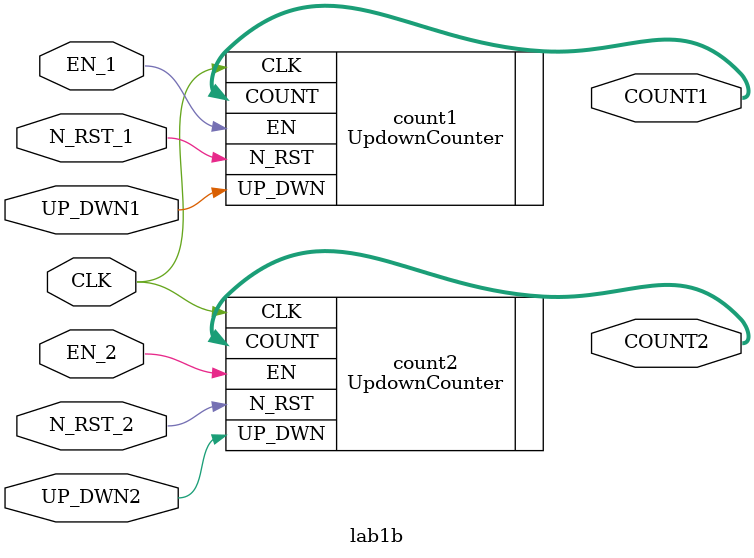
<source format=sv>
`timescale 1ns/1ns
module lab1b( CLK, N_RST_1,N_RST_2, EN_1, EN_2,  UP_DWN1, UP_DWN2, COUNT1, COUNT2);
 
 //declare parameters for two instances
 parameter COUNTER1_SIZE  = 16;
 parameter COUNTER2_SIZE = 32;

 //Declare inputs
 input CLK;

 input N_RST_1;
 input N_RST_2;

 input EN_1;
 input EN_2;

 input UP_DWN1;
 input UP_DWN2;
 
 //input LD1;
 //input LD2;

 //input [COUNTER1_SIZE -1:0] VALUE1;
 //input [COUNTER2_SIZE-1:0] VALUE2;

 //Declare outputs
 output reg [COUNTER1_SIZE - 1 : 0] COUNT1;
 output reg [COUNTER2_SIZE - 1 : 0] COUNT2;

 //Instantiate two counter modules
 UpdownCounter #(COUNTER1_SIZE) count1 (.CLK(CLK), .N_RST(N_RST_1), .EN(EN_1), .UP_DWN(UP_DWN1), .COUNT(COUNT1));
 UpdownCounter #(COUNTER2_SIZE) count2 (.CLK(CLK), .N_RST(N_RST_2),.EN(EN_2), .UP_DWN(UP_DWN2), .COUNT(COUNT2));


endmodule


</source>
